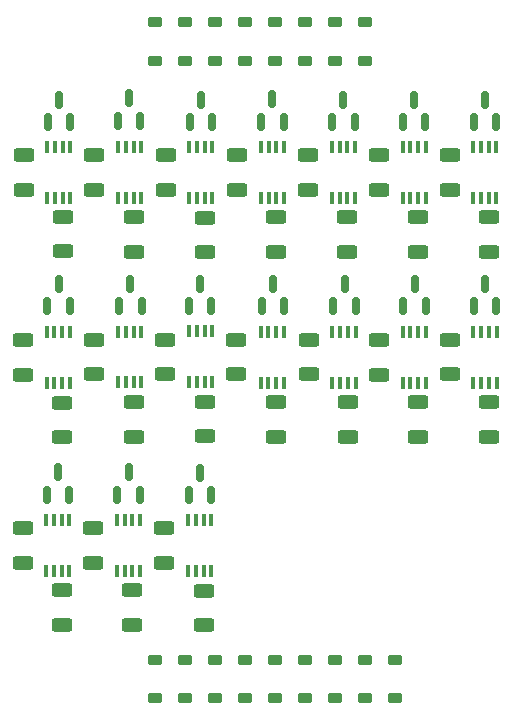
<source format=gtp>
%TF.GenerationSoftware,KiCad,Pcbnew,7.0.2*%
%TF.CreationDate,2023-05-22T00:30:27+09:00*%
%TF.ProjectId,16seg,31367365-672e-46b6-9963-61645f706362,rev?*%
%TF.SameCoordinates,Original*%
%TF.FileFunction,Paste,Top*%
%TF.FilePolarity,Positive*%
%FSLAX46Y46*%
G04 Gerber Fmt 4.6, Leading zero omitted, Abs format (unit mm)*
G04 Created by KiCad (PCBNEW 7.0.2) date 2023-05-22 00:30:27*
%MOMM*%
%LPD*%
G01*
G04 APERTURE LIST*
G04 Aperture macros list*
%AMRoundRect*
0 Rectangle with rounded corners*
0 $1 Rounding radius*
0 $2 $3 $4 $5 $6 $7 $8 $9 X,Y pos of 4 corners*
0 Add a 4 corners polygon primitive as box body*
4,1,4,$2,$3,$4,$5,$6,$7,$8,$9,$2,$3,0*
0 Add four circle primitives for the rounded corners*
1,1,$1+$1,$2,$3*
1,1,$1+$1,$4,$5*
1,1,$1+$1,$6,$7*
1,1,$1+$1,$8,$9*
0 Add four rect primitives between the rounded corners*
20,1,$1+$1,$2,$3,$4,$5,0*
20,1,$1+$1,$4,$5,$6,$7,0*
20,1,$1+$1,$6,$7,$8,$9,0*
20,1,$1+$1,$8,$9,$2,$3,0*%
G04 Aperture macros list end*
%ADD10RoundRect,0.225000X-0.375000X0.225000X-0.375000X-0.225000X0.375000X-0.225000X0.375000X0.225000X0*%
%ADD11RoundRect,0.225000X0.375000X-0.225000X0.375000X0.225000X-0.375000X0.225000X-0.375000X-0.225000X0*%
%ADD12RoundRect,0.250000X0.625000X-0.312500X0.625000X0.312500X-0.625000X0.312500X-0.625000X-0.312500X0*%
%ADD13RoundRect,0.150000X0.150000X-0.587500X0.150000X0.587500X-0.150000X0.587500X-0.150000X-0.587500X0*%
%ADD14R,0.400000X1.100000*%
G04 APERTURE END LIST*
D10*
%TO.C,D4*%
X167930000Y-100418400D03*
X167930000Y-97118400D03*
%TD*%
%TO.C,D16*%
X157770000Y-100418400D03*
X157770000Y-97118400D03*
%TD*%
D11*
%TO.C,D2*%
X162850000Y-43140000D03*
X162850000Y-46440000D03*
%TD*%
%TO.C,D8*%
X150150000Y-43140000D03*
X150150000Y-46440000D03*
%TD*%
D10*
%TO.C,D9*%
X150150000Y-100418400D03*
X150150000Y-97118400D03*
%TD*%
D11*
%TO.C,D12*%
X157770000Y-43140000D03*
X157770000Y-46440000D03*
%TD*%
D10*
%TO.C,D14*%
X165390000Y-100418400D03*
X165390000Y-97118400D03*
%TD*%
%TO.C,D7*%
X152690000Y-100418400D03*
X152690000Y-97118400D03*
%TD*%
%TO.C,D15*%
X160310000Y-100418400D03*
X160310000Y-97118400D03*
%TD*%
%TO.C,D6*%
X162850000Y-100418400D03*
X162850000Y-97118400D03*
%TD*%
D11*
%TO.C,D13*%
X160310000Y-43140000D03*
X160310000Y-46440000D03*
%TD*%
%TO.C,D1*%
X155230000Y-43140000D03*
X155230000Y-46440000D03*
%TD*%
%TO.C,D11*%
X152690000Y-43140000D03*
X152690000Y-46440000D03*
%TD*%
D10*
%TO.C,D17*%
X170470000Y-100418400D03*
X170470000Y-97118400D03*
%TD*%
D11*
%TO.C,D10*%
X167930000Y-43140000D03*
X167930000Y-46440000D03*
%TD*%
D10*
%TO.C,D5*%
X155230000Y-100418400D03*
X155230000Y-97118400D03*
%TD*%
D11*
%TO.C,D3*%
X165390000Y-43140000D03*
X165390000Y-46440000D03*
%TD*%
D12*
%TO.C,R16*%
X178430000Y-62615000D03*
X178430000Y-59690000D03*
%TD*%
%TO.C,R4*%
X157073600Y-57342500D03*
X157073600Y-54417500D03*
%TD*%
%TO.C,R7*%
X175107600Y-57342500D03*
X175107600Y-54417500D03*
%TD*%
%TO.C,R15*%
X172440000Y-62615000D03*
X172440000Y-59690000D03*
%TD*%
D13*
%TO.C,Q3*%
X153126400Y-51585100D03*
X155026400Y-51585100D03*
X154076400Y-49710100D03*
%TD*%
D12*
%TO.C,R31*%
X142305200Y-78285000D03*
X142305200Y-75360000D03*
%TD*%
%TO.C,R20*%
X157052000Y-72982500D03*
X157052000Y-70057500D03*
%TD*%
D14*
%TO.C,U14*%
X140990200Y-73681600D03*
X141640200Y-73681600D03*
X142290200Y-73681600D03*
X142940200Y-73681600D03*
X142940200Y-69381600D03*
X142290200Y-69381600D03*
X141640200Y-69381600D03*
X140990200Y-69381600D03*
%TD*%
D13*
%TO.C,Q8*%
X177157200Y-67225100D03*
X179057200Y-67225100D03*
X178107200Y-65350100D03*
%TD*%
D14*
%TO.C,U2*%
X147059000Y-58033200D03*
X147709000Y-58033200D03*
X148359000Y-58033200D03*
X149009000Y-58033200D03*
X149009000Y-53733200D03*
X148359000Y-53733200D03*
X147709000Y-53733200D03*
X147059000Y-53733200D03*
%TD*%
%TO.C,U6*%
X171135400Y-58030000D03*
X171785400Y-58030000D03*
X172435400Y-58030000D03*
X173085400Y-58030000D03*
X173085400Y-53730000D03*
X172435400Y-53730000D03*
X171785400Y-53730000D03*
X171135400Y-53730000D03*
%TD*%
D12*
%TO.C,R22*%
X145032800Y-72972500D03*
X145032800Y-70047500D03*
%TD*%
D13*
%TO.C,Q14*%
X141050000Y-67187500D03*
X142950000Y-67187500D03*
X142000000Y-65312500D03*
%TD*%
D12*
%TO.C,R5*%
X163118800Y-57342500D03*
X163118800Y-54417500D03*
%TD*%
%TO.C,R8*%
X175110000Y-72982500D03*
X175110000Y-70057500D03*
%TD*%
D14*
%TO.C,U8*%
X177132200Y-73670000D03*
X177782200Y-73670000D03*
X178432200Y-73670000D03*
X179082200Y-73670000D03*
X179082200Y-69370000D03*
X178432200Y-69370000D03*
X177782200Y-69370000D03*
X177132200Y-69370000D03*
%TD*%
D13*
%TO.C,Q13*%
X147130800Y-67215100D03*
X149030800Y-67215100D03*
X148080800Y-65340100D03*
%TD*%
D12*
%TO.C,R27*%
X166494400Y-78262600D03*
X166494400Y-75337600D03*
%TD*%
D14*
%TO.C,U17*%
X152995000Y-89604900D03*
X153645000Y-89604900D03*
X154295000Y-89604900D03*
X154945000Y-89604900D03*
X154945000Y-85304900D03*
X154295000Y-85304900D03*
X153645000Y-85304900D03*
X152995000Y-85304900D03*
%TD*%
D12*
%TO.C,R10*%
X142359000Y-62564200D03*
X142359000Y-59639200D03*
%TD*%
D14*
%TO.C,U10*%
X165195000Y-73670000D03*
X165845000Y-73670000D03*
X166495000Y-73670000D03*
X167145000Y-73670000D03*
X167145000Y-69370000D03*
X166495000Y-69370000D03*
X165845000Y-69370000D03*
X165195000Y-69370000D03*
%TD*%
%TO.C,U3*%
X153084000Y-58030000D03*
X153734000Y-58030000D03*
X154384000Y-58030000D03*
X155034000Y-58030000D03*
X155034000Y-53730000D03*
X154384000Y-53730000D03*
X153734000Y-53730000D03*
X153084000Y-53730000D03*
%TD*%
D12*
%TO.C,R14*%
X166420800Y-62615000D03*
X166420800Y-59690000D03*
%TD*%
D13*
%TO.C,Q17*%
X153020000Y-83160000D03*
X154920000Y-83160000D03*
X153970000Y-81285000D03*
%TD*%
D14*
%TO.C,U13*%
X147055000Y-73660000D03*
X147705000Y-73660000D03*
X148355000Y-73660000D03*
X149005000Y-73660000D03*
X149005000Y-69360000D03*
X148355000Y-69360000D03*
X147705000Y-69360000D03*
X147055000Y-69360000D03*
%TD*%
D12*
%TO.C,R13*%
X160426400Y-62615000D03*
X160426400Y-59690000D03*
%TD*%
D13*
%TO.C,Q7*%
X177154800Y-51585100D03*
X179054800Y-51585100D03*
X178104800Y-49710100D03*
%TD*%
%TO.C,Q5*%
X165166000Y-51585100D03*
X167066000Y-51585100D03*
X166116000Y-49710100D03*
%TD*%
D12*
%TO.C,R33*%
X148248800Y-94185100D03*
X148248800Y-91260100D03*
%TD*%
%TO.C,R23*%
X139023600Y-73014100D03*
X139023600Y-70089100D03*
%TD*%
%TO.C,R11*%
X148359000Y-62615000D03*
X148359000Y-59690000D03*
%TD*%
%TO.C,R2*%
X145034000Y-57353200D03*
X145034000Y-54428200D03*
%TD*%
%TO.C,R9*%
X169104000Y-72992500D03*
X169104000Y-70067500D03*
%TD*%
D14*
%TO.C,U15*%
X140975000Y-89594900D03*
X141625000Y-89594900D03*
X142275000Y-89594900D03*
X142925000Y-89594900D03*
X142925000Y-85294900D03*
X142275000Y-85294900D03*
X141625000Y-85294900D03*
X140975000Y-85294900D03*
%TD*%
%TO.C,U7*%
X177129800Y-58030000D03*
X177779800Y-58030000D03*
X178429800Y-58030000D03*
X179079800Y-58030000D03*
X179079800Y-53730000D03*
X178429800Y-53730000D03*
X177779800Y-53730000D03*
X177129800Y-53730000D03*
%TD*%
D12*
%TO.C,R29*%
X154384000Y-78232600D03*
X154384000Y-75307600D03*
%TD*%
%TO.C,R17*%
X178430400Y-78262600D03*
X178430400Y-75337600D03*
%TD*%
D13*
%TO.C,Q11*%
X159200800Y-67197400D03*
X161100800Y-67197400D03*
X160150800Y-65322400D03*
%TD*%
D12*
%TO.C,R12*%
X154380000Y-62625000D03*
X154380000Y-59700000D03*
%TD*%
D13*
%TO.C,Q16*%
X146980000Y-83150000D03*
X148880000Y-83150000D03*
X147930000Y-81275000D03*
%TD*%
D12*
%TO.C,R18*%
X172430000Y-78262600D03*
X172430000Y-75337600D03*
%TD*%
%TO.C,R19*%
X163172800Y-72982500D03*
X163172800Y-70057500D03*
%TD*%
D14*
%TO.C,U16*%
X146955000Y-89594900D03*
X147605000Y-89594900D03*
X148255000Y-89594900D03*
X148905000Y-89594900D03*
X148905000Y-85294900D03*
X148255000Y-85294900D03*
X147605000Y-85294900D03*
X146955000Y-85294900D03*
%TD*%
D13*
%TO.C,Q6*%
X171160400Y-51585100D03*
X173060400Y-51585100D03*
X172110400Y-49710100D03*
%TD*%
D14*
%TO.C,U11*%
X159125000Y-73670000D03*
X159775000Y-73670000D03*
X160425000Y-73670000D03*
X161075000Y-73670000D03*
X161075000Y-69370000D03*
X160425000Y-69370000D03*
X159775000Y-69370000D03*
X159125000Y-69370000D03*
%TD*%
D13*
%TO.C,Q12*%
X153049200Y-67195100D03*
X154949200Y-67195100D03*
X153999200Y-65320100D03*
%TD*%
D12*
%TO.C,R21*%
X151052800Y-72952500D03*
X151052800Y-70027500D03*
%TD*%
D14*
%TO.C,U4*%
X159129200Y-58030000D03*
X159779200Y-58030000D03*
X160429200Y-58030000D03*
X161079200Y-58030000D03*
X161079200Y-53730000D03*
X160429200Y-53730000D03*
X159779200Y-53730000D03*
X159129200Y-53730000D03*
%TD*%
D12*
%TO.C,R34*%
X154302400Y-94205100D03*
X154302400Y-91280100D03*
%TD*%
%TO.C,R3*%
X151079200Y-57342500D03*
X151079200Y-54417500D03*
%TD*%
D14*
%TO.C,U9*%
X171126200Y-73680000D03*
X171776200Y-73680000D03*
X172426200Y-73680000D03*
X173076200Y-73680000D03*
X173076200Y-69380000D03*
X172426200Y-69380000D03*
X171776200Y-69380000D03*
X171126200Y-69380000D03*
%TD*%
D13*
%TO.C,Q9*%
X171202000Y-67184300D03*
X173102000Y-67184300D03*
X172152000Y-65309300D03*
%TD*%
D12*
%TO.C,R32*%
X142274400Y-94185100D03*
X142274400Y-91260100D03*
%TD*%
D14*
%TO.C,U1*%
X141059000Y-58013600D03*
X141709000Y-58013600D03*
X142359000Y-58013600D03*
X143009000Y-58013600D03*
X143009000Y-53713600D03*
X142359000Y-53713600D03*
X141709000Y-53713600D03*
X141059000Y-53713600D03*
%TD*%
D12*
%TO.C,R1*%
X139042000Y-57353200D03*
X139042000Y-54428200D03*
%TD*%
D13*
%TO.C,Q1*%
X141102000Y-51612800D03*
X143002000Y-51612800D03*
X142052000Y-49737800D03*
%TD*%
D14*
%TO.C,U12*%
X153075000Y-73640000D03*
X153725000Y-73640000D03*
X154375000Y-73640000D03*
X155025000Y-73640000D03*
X155025000Y-69340000D03*
X154375000Y-69340000D03*
X153725000Y-69340000D03*
X153075000Y-69340000D03*
%TD*%
D12*
%TO.C,R26*%
X150972800Y-88917400D03*
X150972800Y-85992400D03*
%TD*%
D13*
%TO.C,Q10*%
X165270800Y-67225100D03*
X167170800Y-67225100D03*
X166220800Y-65350100D03*
%TD*%
%TO.C,Q4*%
X159150000Y-51577500D03*
X161050000Y-51577500D03*
X160100000Y-49702500D03*
%TD*%
D14*
%TO.C,U5*%
X165141000Y-58030000D03*
X165791000Y-58030000D03*
X166441000Y-58030000D03*
X167091000Y-58030000D03*
X167091000Y-53730000D03*
X166441000Y-53730000D03*
X165791000Y-53730000D03*
X165141000Y-53730000D03*
%TD*%
D12*
%TO.C,R24*%
X138952800Y-88907400D03*
X138952800Y-85982400D03*
%TD*%
D13*
%TO.C,Q2*%
X147034000Y-51483200D03*
X148934000Y-51483200D03*
X147984000Y-49608200D03*
%TD*%
D12*
%TO.C,R28*%
X160428400Y-78262600D03*
X160428400Y-75337600D03*
%TD*%
%TO.C,R25*%
X144932800Y-88907400D03*
X144932800Y-85982400D03*
%TD*%
D13*
%TO.C,Q15*%
X141000000Y-83150000D03*
X142900000Y-83150000D03*
X141950000Y-81275000D03*
%TD*%
D12*
%TO.C,R30*%
X148360400Y-78252600D03*
X148360400Y-75327600D03*
%TD*%
%TO.C,R6*%
X169113200Y-57342500D03*
X169113200Y-54417500D03*
%TD*%
M02*

</source>
